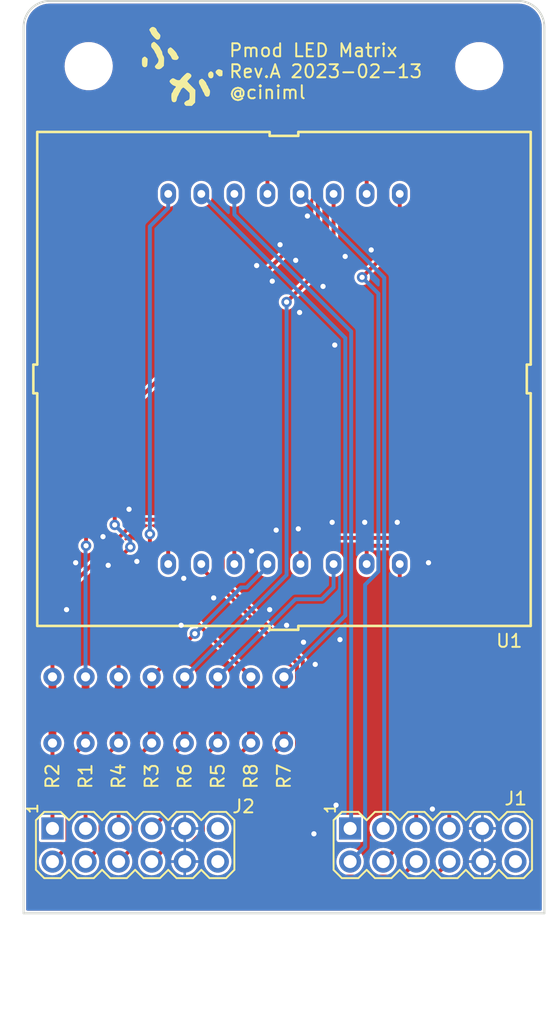
<source format=kicad_pcb>
(kicad_pcb (version 20211014) (generator pcbnew)
  (layers (0 "F.Cu" signal) (31 "B.Cu" signal) (34 "B.Paste" user) (35 "F.Paste" user) (36 "B.SilkS" user "B.Silkscreen") (37 "F.SilkS" user "F.Silkscreen") (38 "B.Mask" user) (39 "F.Mask" user) (44 "Edge.Cuts" user))
  (net 0 "")
  (net 1 "GND")
  (net 2 "/PMOD0_P1_CATHODE1")
  (net 3 "+3V3")
  (net 4 "/PMOD0_P2_CATHODE3")
  (net 5 "Net-(R1-Pad2)")
  (net 6 "Net-(R2-Pad2)")
  (net 7 "/PMOD0_P3_CATHODE5")
  (net 8 "/PMOD0_P4_CATHODE7")
  (net 9 "/PMOD0_P7_CATHODE0")
  (net 10 "/PMOD0_P8_CATHODE2")
  (net 11 "/PMOD0_P9_CATHODE4")
  (net 12 "/PMOD0_P10_CATHODE6")
  (net 13 "/PMOD1_P1_ANODE1")
  (net 14 "/PMOD1_P2_ANODE3")
  (net 15 "/PMOD1_P3_ANODE5")
  (net 16 "/PMOD1_P4_ANODE7")
  (net 17 "/PMOD1_P7_ANODE0")
  (net 18 "/PMOD1_P8_ANODE2")
  (net 19 "/PMOD1_P9_ANODE4")
  (net 20 "/PMOD1_P10_ANODE6")
  (net 21 "Net-(R3-Pad2)")
  (net 22 "Net-(R4-Pad2)")
  (net 23 "Net-(R5-Pad2)")
  (net 24 "Net-(R6-Pad2)")
  (net 25 "Net-(R7-Pad2)")
  (net 26 "Net-(R8-Pad2)")
  (footprint "local:logo" (layer "F.Cu") (at -7.8 -24)
    (fp_text reference "LOGO1" hide)
    (fp_text value "Logo_Open_Hardware_Small" hide)
    (fp_poly (pts (xy -2.136828 -2.967847) (xy -2.051213 -2.903292) (xy -1.99239 -2.823171) (xy -1.975555 -2.755169) (xy -1.957022 -2.70896) (xy -1.90817 -2.637898) (xy -1.839127 -2.556509) (xy -1.830995 -2.547824) (xy -1.756918 -2.467201) (xy -1.714966 -2.410472) (xy -1.697559 -2.361412) (xy -1.697118 -2.303796) (xy -1.700657 -2.268785) (xy -1.732754 -2.142515) (xy -1.795162 -2.063728) (xy -1.887765 -2.03256) (xy -1.904604 -2.032) (xy -1.953741 -2.038825) (xy -2.005189 -2.064185) (xy -2.06924 -2.115406) (xy -2.156184 -2.199812) (xy -2.192054 -2.236611) (xy -2.279064 -2.332599) (xy -2.351105 -2.423213) (xy -2.398229 -2.495367) (xy -2.41024 -2.523661) (xy -2.444002 -2.6089) (xy -2.485305 -2.675634) (xy -2.524508 -2.739889) (xy -2.54 -2.792526) (xy -2.517976 -2.846273) (xy -2.463148 -2.910392) (xy -2.392381 -2.968442) (xy -2.323349 -3.00374) (xy -2.232964 -3.005207) (xy -2.136828 -2.967847)) (layer "F.SilkS") (width 0.01) (fill solid))
    (fp_poly (pts (xy -2.135785 -1.84223) (xy -2.065105 -1.788045) (xy -1.980403 -1.710796) (xy -1.892071 -1.621168) (xy -1.810502 -1.529845) (xy -1.74609 -1.447512) (xy -1.709226 -1.384854) (xy -1.705309 -1.372536) (xy -1.672903 -1.288348) (xy -1.621172 -1.206807) (xy -1.619124 -1.204334) (xy -1.562092 -1.095628) (xy -1.552222 -1.015088) (xy -1.52529 -0.88379) (xy -1.479499 -0.798531) (xy -1.44841 -0.749647) (xy -1.428137 -0.703751) (xy -1.416815 -0.647992) (xy -1.412582 -0.569523) (xy -1.413571 -0.455494) (xy -1.415999 -0.360955) (xy -1.425222 -0.030467) (xy -1.548381 0.094943) (xy -1.66025 0.188192) (xy -1.770363 0.231715) (xy -1.892816 0.229959) (xy -1.942283 0.21919) (xy -2.026662 0.176854) (xy -2.090482 0.108322) (xy -2.116642 0.032149) (xy -2.116666 0.029968) (xy -2.097956 -0.01073) (xy -2.049104 -0.075541) (xy -1.986526 -0.144299) (xy -1.90972 -0.229413) (xy -1.866447 -0.300756) (xy -1.845389 -0.378824) (xy -1.841721 -0.406532) (xy -1.838596 -0.503404) (xy -1.861207 -0.579968) (xy -1.89865 -0.642264) (xy -1.948414 -0.72999) (xy -1.983666 -0.81759) (xy -1.988825 -0.837661) (xy -2.013514 -0.910774) (xy -2.046481 -0.959863) (xy -2.080629 -1.007134) (xy -2.114187 -1.081564) (xy -2.119079 -1.095868) (xy -2.156969 -1.17324) (xy -2.220187 -1.26592) (xy -2.275745 -1.332291) (xy -2.345428 -1.412884) (xy -2.382708 -1.475884) (xy -2.397173 -1.541421) (xy -2.398889 -1.590838) (xy -2.391719 -1.679705) (xy -2.362204 -1.740579) (xy -2.312057 -1.789602) (xy -2.246154 -1.83652) (xy -2.191379 -1.861441) (xy -2.182049 -1.862666) (xy -2.135785 -1.84223)) (layer "F.SilkS") (width 0.01) (fill solid))
    (fp_poly (pts (xy 2.266534 0.431852) (xy 2.305593 0.463223) (xy 2.355262 0.515521) (xy 2.378658 0.575002) (xy 2.384765 0.665353) (xy 2.384778 0.671927) (xy 2.367945 0.801733) (xy 2.317161 0.886684) (xy 2.231998 0.927335) (xy 2.184897 0.931334) (xy 2.094536 0.911088) (xy 2.034049 0.856972) (xy 1.984825 0.749721) (xy 1.975556 0.661925) (xy 1.983784 0.573551) (xy 2.017069 0.511515) (xy 2.062388 0.468176) (xy 2.140159 0.412537) (xy 2.201815 0.40056) (xy 2.266534 0.431852)) (layer "F.SilkS") (width 0.01) (fill solid))
    (fp_poly (pts (xy 1.57599 1.006093) (xy 1.647291 1.069696) (xy 1.721059 1.148928) (xy 1.784749 1.229604) (xy 1.82582 1.297543) (xy 1.834445 1.328217) (xy 1.852053 1.389112) (xy 1.895389 1.460716) (xy 1.905 1.472703) (xy 1.95107 1.538614) (xy 1.974723 1.594267) (xy 1.975556 1.60226) (xy 1.990872 1.652141) (xy 2.029438 1.724005) (xy 2.049445 1.754589) (xy 2.090439 1.821334) (xy 2.110827 1.883755) (xy 2.115402 1.964115) (xy 2.11171 2.043786) (xy 2.092012 2.185088) (xy 2.051581 2.278163) (xy 1.986447 2.32868) (xy 1.902674 2.342445) (xy 1.810579 2.321336) (xy 1.753778 2.270564) (xy 1.706417 2.19135) (xy 1.67936 2.117292) (xy 1.653456 2.046749) (xy 1.622407 2.00347) (xy 1.588318 1.956176) (xy 1.55493 1.881712) (xy 1.550098 1.867465) (xy 1.518115 1.787131) (xy 1.483133 1.725546) (xy 1.478451 1.719723) (xy 1.443115 1.66302) (xy 1.409132 1.584875) (xy 1.406947 1.578612) (xy 1.368637 1.490983) (xy 1.322513 1.415123) (xy 1.321928 1.414361) (xy 1.282335 1.32626) (xy 1.27 1.225297) (xy 1.276774 1.140537) (xy 1.306337 1.083182) (xy 1.367438 1.02922) (xy 1.456007 0.977615) (xy 1.519697 0.972301) (xy 1.57599 1.006093)) (layer "F.SilkS") (width 0.01) (fill solid))
    (fp_poly (pts (xy -2.821762 -0.697439) (xy -2.76603 -0.649347) (xy -2.675646 -0.564916) (xy -2.685434 -0.299476) (xy -2.692719 -0.164645) (xy -2.704341 -0.073676) (xy -2.722756 -0.014017) (xy -2.748985 0.025316) (xy -2.829438 0.076831) (xy -2.923103 0.083052) (xy -3.01085 0.044945) (xy -3.045951 0.010305) (xy -3.07453 -0.034395) (xy -3.092145 -0.089239) (xy -3.101259 -0.16837) (xy -3.104331 -0.285931) (xy -3.104444 -0.325853) (xy -3.103697 -0.449162) (xy -3.099073 -0.529802) (xy -3.087001 -0.581546) (xy -3.06391 -0.618166) (xy -3.026228 -0.653438) (xy -3.017612 -0.660713) (xy -2.942438 -0.715306) (xy -2.883435 -0.727832) (xy -2.821762 -0.697439)) (layer "F.SilkS") (width 0.01) (fill solid))
    (fp_poly (pts (xy 2.900714 0.263428) (xy 2.951144 0.286205) (xy 3.076222 0.348672) (xy 3.076222 0.550632) (xy 3.072234 0.669347) (xy 3.05976 0.736614) (xy 3.040945 0.756825) (xy 2.989587 0.764971) (xy 2.916398 0.778483) (xy 2.860413 0.783104) (xy 2.809802 0.766674) (xy 2.747835 0.721382) (xy 2.697202 0.676145) (xy 2.602329 0.577949) (xy 2.555018 0.497724) (xy 2.553042 0.42685) (xy 2.594173 0.356709) (xy 2.610128 0.339113) (xy 2.70204 0.264318) (xy 2.79423 0.239814) (xy 2.900714 0.263428)) (layer "F.SilkS") (width 0.01) (fill solid))
    (fp_poly (pts (xy 0.447208 0.520011) (xy 0.543941 0.557204) (xy 0.62901 0.618331) (xy 0.662591 0.658298) (xy 0.688795 0.721283) (xy 0.680807 0.787618) (xy 0.634837 0.865844) (xy 0.547095 0.964499) (xy 0.510551 1.000828) (xy 0.439543 1.073708) (xy 0.388192 1.133387) (xy 0.366975 1.167624) (xy 0.366889 1.168675) (xy 0.385777 1.197315) (xy 0.437916 1.258262) (xy 0.516521 1.344035) (xy 0.614808 1.447153) (xy 0.679222 1.513038) (xy 0.991554 1.829605) (xy 0.982611 2.310677) (xy 0.973667 2.791748) (xy 0.847846 2.919874) (xy 0.722026 3.048) (xy 0.490061 3.048) (xy 0.374067 3.046697) (xy 0.299979 3.040309) (xy 0.253278 3.025118) (xy 0.219444 2.997407) (xy 0.199604 2.973639) (xy 0.158846 2.908353) (xy 0.141135 2.853292) (xy 0.141111 2.851919) (xy 0.164583 2.792835) (xy 0.224135 2.726849) (xy 0.303475 2.668103) (xy 0.38631 2.63074) (xy 0.399604 2.627525) (xy 0.47701 2.597565) (xy 0.52708 2.54001) (xy 0.553336 2.446742) (xy 0.559301 2.309646) (xy 0.557838 2.262875) (xy 0.549039 2.056305) (xy 0.334523 1.846597) (xy 0.242016 1.76006) (xy 0.160491 1.690892) (xy 0.100313 1.647488) (xy 0.075545 1.636889) (xy 0.02329 1.659181) (xy -0.040673 1.715257) (xy -0.101829 1.788921) (xy -0.145662 1.863972) (xy -0.156246 1.89555) (xy -0.182544 1.964516) (xy -0.212037 2.004085) (xy -0.246126 2.05138) (xy -0.279514 2.125844) (xy -0.284346 2.140091) (xy -0.317948 2.222499) (xy -0.356407 2.287747) (xy -0.361131 2.29351) (xy -0.389282 2.348791) (xy -0.41459 2.436932) (xy -0.426026 2.500643) (xy -0.45651 2.634255) (xy -0.507342 2.718978) (xy -0.582645 2.759983) (xy -0.637326 2.765778) (xy -0.722908 2.751953) (xy -0.783489 2.706418) (xy -0.822188 2.62308) (xy -0.842126 2.495848) (xy -0.846666 2.357124) (xy -0.844991 2.229537) (xy -0.838456 2.145551) (xy -0.824795 2.092385) (xy -0.801745 2.057255) (xy -0.791822 2.047559) (xy -0.746242 1.983759) (xy -0.718429 1.909129) (xy -0.688433 1.839394) (xy -0.631086 1.754787) (xy -0.584068 1.700506) (xy -0.517268 1.625368) (xy -0.496073 1.576029) (xy -0.523457 1.541562) (xy -0.602397 1.511037) (xy -0.638532 1.500458) (xy -0.72207 1.46132) (xy -0.81207 1.395652) (xy -0.895162 1.316465) (xy -0.957972 1.23677) (xy -0.987129 1.169575) (xy -0.987778 1.160665) (xy -0.965085 1.104551) (xy -0.908373 1.039138) (xy -0.834689 0.979169) (xy -0.761081 0.939391) (xy -0.722623 0.931334) (xy -0.659841 0.946898) (xy -0.579113 0.986073) (xy -0.547216 1.00617) (xy -0.444067 1.058734) (xy -0.337517 1.08432) (xy -0.242631 1.081988) (xy -0.174474 1.050796) (xy -0.158311 1.030464) (xy -0.115785 0.970951) (xy -0.045734 0.889896) (xy 0.041457 0.797547) (xy 0.135403 0.704156) (xy 0.225719 0.619971) (xy 0.302019 0.555244) (xy 0.353918 0.520224) (xy 0.361539 0.51739) (xy 0.447208 0.520011)) (layer "F.SilkS") (width 0.01) (fill solid))
    (fp_poly (pts (xy -0.865785 -1.418897) (xy -0.795105 -1.364712) (xy -0.710403 -1.287463) (xy -0.622071 -1.197835) (xy -0.540502 -1.106512) (xy -0.47609 -1.024179) (xy -0.439226 -0.961521) (xy -0.435309 -0.949202) (xy -0.402903 -0.865014) (xy -0.351172 -0.783474) (xy -0.349124 -0.781001) (xy -0.29677 -0.706358) (xy -0.287938 -0.645977) (xy -0.321861 -0.579131) (xy -0.340715 -0.554139) (xy -0.385496 -0.508646) (xy -0.440053 -0.486458) (xy -0.525606 -0.479893) (xy -0.546102 -0.479778) (xy -0.650975 -0.488496) (xy -0.733647 -0.511284) (xy -0.75356 -0.522198) (xy -0.802299 -0.576958) (xy -0.843485 -0.656487) (xy -0.848363 -0.670365) (xy -0.886715 -0.749038) (xy -0.950318 -0.842641) (xy -1.005745 -0.908957) (xy -1.075428 -0.98955) (xy -1.112708 -1.052551) (xy -1.127173 -1.118088) (xy -1.128889 -1.167504) (xy -1.121719 -1.256372) (xy -1.092204 -1.317245) (xy -1.042057 -1.366269) (xy -0.976154 -1.413187) (xy -0.921379 -1.438107) (xy -0.912049 -1.439333) (xy -0.865785 -1.418897)) (layer "F.SilkS") (width 0.01) (fill solid))
  )
  (footprint "local:MountingHole_3.2mm_M3_Mask" (layer "F.Cu") (at -15 -24)
    (fp_text reference "H1" hide)
    (fp_text value "MountingHole")
    (pad "" np_thru_hole circle (at 0 0) (size 3.2 3.2) (drill 3.2) (layers F&B.Cu *.Mask))
  )
  (footprint "local:MountingHole_3.2mm_M3_Mask" (layer "F.Cu") (at 15 -24)
    (fp_text reference "H2" hide)
    (fp_text value "MountingHole")
    (pad "" np_thru_hole circle (at 0 0) (size 3.2 3.2) (drill 3.2) (layers F&B.Cu *.Mask))
  )
  (footprint "local:Conn_Pmod_Spec_B" (layer "F.Cu") (at 5.08 34.49 90)
    (fp_text reference "J1" (at 2.29 12.72) (layer "F.SilkS"))
    (fp_text value "Conn_02x06_Top_Bottom")
    (fp_text user "1" (at 1.524 -1.524 90 unlocked) (layer "F.SilkS") (effects (font (size 0.8 0.8))))
    (fp_line (start -3.81 9.525) (end -3.175 8.89) (layer "F.SilkS") (width 0.15))
    (fp_line (start 0.635 6.35) (end 1.27 6.985) (layer "F.SilkS") (width 0.15))
    (fp_line (start 0.635 11.43) (end 1.27 12.065) (layer "F.SilkS") (width 0.15))
    (fp_line (start 1.27 8.255) (end 0.635 8.89) (layer "F.SilkS") (width 0.15))
    (fp_line (start -3.81 3.175) (end -3.81 1.905) (layer "F.SilkS") (width 0.15))
    (fp_line (start 1.27 6.985) (end 1.27 8.255) (layer "F.SilkS") (width 0.15))
    (fp_line (start -3.81 0.635) (end -3.81 -0.635) (layer "F.SilkS") (width 0.15))
    (fp_line (start -3.81 -0.635) (end -3.175 -1.27) (layer "F.SilkS") (width 0.15))
    (fp_line (start -3.175 -1.27) (end 0.635 -1.27) (layer "F.SilkS") (width 0.15))
    (fp_line (start -3.175 6.35) (end -3.81 5.715) (layer "F.SilkS") (width 0.15))
    (fp_line (start -3.81 10.795) (end -3.81 9.525) (layer "F.SilkS") (width 0.15))
    (fp_line (start 0.635 13.97) (end -3.175 13.97) (layer "F.SilkS") (width 0.15))
    (fp_line (start 0.635 8.89) (end 1.27 9.525) (layer "F.SilkS") (width 0.15))
    (fp_line (start 0.635 -1.27) (end 1.27 -0.635) (layer "F.SilkS") (width 0.15))
    (fp_line (start -3.81 8.255) (end -3.81 6.985) (layer "F.SilkS") (width 0.15))
    (fp_line (start 1.27 12.065) (end 1.27 13.335) (layer "F.SilkS") (width 0.15))
    (fp_line (start 1.27 13.335) (end 0.635 13.97) (layer "F.SilkS") (width 0.15))
    (fp_line (start 1.27 0.635) (end 0.635 1.27) (layer "F.SilkS") (width 0.15))
    (fp_line (start 1.27 4.445) (end 1.27 5.715) (layer "F.SilkS") (width 0.15))
    (fp_line (start -3.175 13.97) (end -3.81 13.335) (layer "F.SilkS") (width 0.15))
    (fp_line (start -3.175 1.27) (end -3.81 0.635) (layer "F.SilkS") (width 0.15))
    (fp_line (start 0.635 3.81) (end 1.27 4.445) (layer "F.SilkS") (width 0.15))
    (fp_line (start -3.175 8.89) (end -3.81 8.255) (layer "F.SilkS") (width 0.15))
    (fp_line (start 1.27 10.795) (end 0.635 11.43) (layer "F.SilkS") (width 0.15))
    (fp_line (start -3.81 6.985) (end -3.175 6.35) (layer "F.SilkS") (width 0.15))
    (fp_line (start 1.27 3.175) (end 0.635 3.81) (layer "F.SilkS") (width 0.15))
    (fp_line (start -3.81 12.065) (end -3.175 11.43) (layer "F.SilkS") (width 0.15))
    (fp_line (start 1.27 1.905) (end 1.27 3.175) (layer "F.SilkS") (width 0.15))
    (fp_line (start -3.175 11.43) (end -3.81 10.795) (layer "F.SilkS") (width 0.15))
    (fp_line (start -3.81 1.905) (end -3.175 1.27) (layer "F.SilkS") (width 0.15))
    (fp_line (start 1.27 -0.635) (end 1.27 0.635) (layer "F.SilkS") (width 0.15))
    (fp_line (start -3.81 5.715) (end -3.81 4.445) (layer "F.SilkS") (width 0.15))
    (fp_line (start -3.175 3.81) (end -3.81 3.175) (layer "F.SilkS") (width 0.15))
    (fp_line (start 1.27 5.715) (end 0.635 6.35) (layer "F.SilkS") (width 0.15))
    (fp_line (start -3.81 4.445) (end -3.175 3.81) (layer "F.SilkS") (width 0.15))
    (fp_line (start 0.635 1.27) (end 1.27 1.905) (layer "F.SilkS") (width 0.15))
    (fp_line (start 1.27 9.525) (end 1.27 10.795) (layer "F.SilkS") (width 0.15))
    (fp_line (start -3.81 13.335) (end -3.81 12.065) (layer "F.SilkS") (width 0.15))
    (pad "1" thru_hole rect (at 0 0 270) (size 1.7 1.7) (drill 1) (layers *.Cu *.Mask) (net 2 "/PMOD0_P1_CATHODE1"))
    (pad "2" thru_hole oval (at 0 2.54 270) (size 1.7 1.7) (drill 1) (layers *.Cu *.Mask) (net 4 "/PMOD0_P2_CATHODE3"))
    (pad "3" thru_hole oval (at 0 5.08 270) (size 1.7 1.7) (drill 1) (layers *.Cu *.Mask) (net 7 "/PMOD0_P3_CATHODE5"))
    (pad "4" thru_hole oval (at 0 7.62 270) (size 1.7 1.7) (drill 1) (layers *.Cu *.Mask) (net 8 "/PMOD0_P4_CATHODE7"))
    (pad "5" thru_hole oval (at 0 10.16 270) (size 1.7 1.7) (drill 1) (layers *.Cu *.Mask) (net 1 "GND"))
    (pad "6" thru_hole oval (at 0 12.7 270) (size 1.7 1.7) (drill 1) (layers *.Cu *.Mask) (net 3 "+3V3"))
    (pad "7" thru_hole oval (at -2.54 0 270) (size 1.7 1.7) (drill 1) (layers *.Cu *.Mask) (net 9 "/PMOD0_P7_CATHODE0"))
    (pad "8" thru_hole oval (at -2.54 2.54 270) (size 1.7 1.7) (drill 1) (layers *.Cu *.Mask) (net 10 "/PMOD0_P8_CATHODE2"))
    (pad "9" thru_hole oval (at -2.54 5.08 270) (size 1.7 1.7) (drill 1) (layers *.Cu *.Mask) (net 11 "/PMOD0_P9_CATHODE4"))
    (pad "10" thru_hole oval (at -2.54 7.62 270) (size 1.7 1.7) (drill 1) (layers *.Cu *.Mask) (net 12 "/PMOD0_P10_CATHODE6"))
    (pad "11" thru_hole oval (at -2.54 10.16 270) (size 1.7 1.7) (drill 1) (layers *.Cu *.Mask) (net 1 "GND"))
    (pad "12" thru_hole oval (at -2.54 12.7 270) (size 1.7 1.7) (drill 1) (layers *.Cu *.Mask) (net 3 "+3V3"))
  )
  (footprint "local:R_Axial_DIN0204_L3.6mm_D1.6mm_P5.08mm_Horizontal_with_1608metric" (layer "F.Cu") (at -2.54 27.94 90)
    (fp_text reference "R8" (at -2.54 0 90) (layer "F.SilkS"))
    (fp_text value "470")
    (pad "1" smd oval (at 1.715 0 270) (size 1.65 0.6) (drill (offset 0.55 0)) (layers "F.Cu" "F.Paste" "F.Mask") (net 16 "/PMOD1_P4_ANODE7"))
    (pad "1" smd roundrect (at 1.715 0 90) (size 0.8 0.95) (layers "F.Cu" "F.Paste" "F.Mask") (net 16 "/PMOD1_P4_ANODE7"))
    (pad "1" thru_hole circle (at 0 0 90) (size 1.4 1.4) (drill 0.7) (layers *.Cu *.Mask) (net 16 "/PMOD1_P4_ANODE7"))
    (pad "2" smd roundrect (at 3.365 0 90) (size 0.8 0.95) (layers "F.Cu" "F.Paste" "F.Mask") (net 26 "Net-(R8-Pad2)"))
    (pad "2" thru_hole oval (at 5.08 0 90) (size 1.4 1.4) (drill 0.7) (layers *.Cu *.Mask) (net 26 "Net-(R8-Pad2)"))
    (pad "2" smd oval (at 3.365 0 90) (size 1.65 0.6) (drill (offset 0.55 0)) (layers "F.Cu" "F.Paste" "F.Mask") (net 26 "Net-(R8-Pad2)"))
  )
  (footprint "local:R_Axial_DIN0204_L3.6mm_D1.6mm_P5.08mm_Horizontal_with_1608metric" (layer "F.Cu") (at -12.7 27.94 90)
    (fp_text reference "R4" (at -2.54 0 90) (layer "F.SilkS"))
    (fp_text value "470")
    (pad "1" thru_hole circle (at 0 0 90) (size 1.4 1.4) (drill 0.7) (layers *.Cu *.Mask) (net 14 "/PMOD1_P2_ANODE3"))
    (pad "1" smd oval (at 1.715 0 270) (size 1.65 0.6) (drill (offset 0.55 0)) (layers "F.Cu" "F.Paste" "F.Mask") (net 14 "/PMOD1_P2_ANODE3"))
    (pad "1" smd roundrect (at 1.715 0 90) (size 0.8 0.95) (layers "F.Cu" "F.Paste" "F.Mask") (net 14 "/PMOD1_P2_ANODE3"))
    (pad "2" thru_hole oval (at 5.08 0 90) (size 1.4 1.4) (drill 0.7) (layers *.Cu *.Mask) (net 22 "Net-(R4-Pad2)"))
    (pad "2" smd roundrect (at 3.365 0 90) (size 0.8 0.95) (layers "F.Cu" "F.Paste" "F.Mask") (net 22 "Net-(R4-Pad2)"))
    (pad "2" smd oval (at 3.365 0 90) (size 1.65 0.6) (drill (offset 0.55 0)) (layers "F.Cu" "F.Paste" "F.Mask") (net 22 "Net-(R4-Pad2)"))
  )
  (footprint "local:R_Axial_DIN0204_L3.6mm_D1.6mm_P5.08mm_Horizontal_with_1608metric" (layer "F.Cu") (at -17.78 27.94 90)
    (fp_text reference "R2" (at -2.54 0 90) (layer "F.SilkS"))
    (fp_text value "470")
    (pad "1" thru_hole circle (at 0 0 90) (size 1.4 1.4) (drill 0.7) (layers *.Cu *.Mask) (net 13 "/PMOD1_P1_ANODE1"))
    (pad "1" smd roundrect (at 1.715 0 90) (size 0.8 0.95) (layers "F.Cu" "F.Paste" "F.Mask") (net 13 "/PMOD1_P1_ANODE1"))
    (pad "1" smd oval (at 1.715 0 270) (size 1.65 0.6) (drill (offset 0.55 0)) (layers "F.Cu" "F.Paste" "F.Mask") (net 13 "/PMOD1_P1_ANODE1"))
    (pad "2" smd roundrect (at 3.365 0 90) (size 0.8 0.95) (layers "F.Cu" "F.Paste" "F.Mask") (net 6 "Net-(R2-Pad2)"))
    (pad "2" thru_hole oval (at 5.08 0 90) (size 1.4 1.4) (drill 0.7) (layers *.Cu *.Mask) (net 6 "Net-(R2-Pad2)"))
    (pad "2" smd oval (at 3.365 0 90) (size 1.65 0.6) (drill (offset 0.55 0)) (layers "F.Cu" "F.Paste" "F.Mask") (net 6 "Net-(R2-Pad2)"))
  )
  (footprint "local:R_Axial_DIN0204_L3.6mm_D1.6mm_P5.08mm_Horizontal_with_1608metric" (layer "F.Cu") (at -10.16 27.94 90)
    (fp_text reference "R3" (at -2.54 0 90) (layer "F.SilkS"))
    (fp_text value "470")
    (pad "1" smd oval (at 1.715 0 270) (size 1.65 0.6) (drill (offset 0.55 0)) (layers "F.Cu" "F.Paste" "F.Mask") (net 18 "/PMOD1_P8_ANODE2"))
    (pad "1" smd roundrect (at 1.715 0 90) (size 0.8 0.95) (layers "F.Cu" "F.Paste" "F.Mask") (net 18 "/PMOD1_P8_ANODE2"))
    (pad "1" thru_hole circle (at 0 0 90) (size 1.4 1.4) (drill 0.7) (layers *.Cu *.Mask) (net 18 "/PMOD1_P8_ANODE2"))
    (pad "2" smd roundrect (at 3.365 0 90) (size 0.8 0.95) (layers "F.Cu" "F.Paste" "F.Mask") (net 21 "Net-(R3-Pad2)"))
    (pad "2" thru_hole oval (at 5.08 0 90) (size 1.4 1.4) (drill 0.7) (layers *.Cu *.Mask) (net 21 "Net-(R3-Pad2)"))
    (pad "2" smd oval (at 3.365 0 90) (size 1.65 0.6) (drill (offset 0.55 0)) (layers "F.Cu" "F.Paste" "F.Mask") (net 21 "Net-(R3-Pad2)"))
  )
  (footprint "local:R_Axial_DIN0204_L3.6mm_D1.6mm_P5.08mm_Horizontal_with_1608metric" (layer "F.Cu") (at -15.24 27.94 90)
    (fp_text reference "R1" (at -2.54 0 90) (layer "F.SilkS"))
    (fp_text value "470")
    (pad "1" smd oval (at 1.715 0 270) (size 1.65 0.6) (drill (offset 0.55 0)) (layers "F.Cu" "F.Paste" "F.Mask") (net 17 "/PMOD1_P7_ANODE0"))
    (pad "1" smd roundrect (at 1.715 0 90) (size 0.8 0.95) (layers "F.Cu" "F.Paste" "F.Mask") (net 17 "/PMOD1_P7_ANODE0"))
    (pad "1" thru_hole circle (at 0 0 90) (size 1.4 1.4) (drill 0.7) (layers *.Cu *.Mask) (net 17 "/PMOD1_P7_ANODE0"))
    (pad "2" smd oval (at 3.365 0 90) (size 1.65 0.6) (drill (offset 0.55 0)) (layers "F.Cu" "F.Paste" "F.Mask") (net 5 "Net-(R1-Pad2)"))
    (pad "2" thru_hole oval (at 5.08 0 90) (size 1.4 1.4) (drill 0.7) (layers *.Cu *.Mask) (net 5 "Net-(R1-Pad2)"))
    (pad "2" smd roundrect (at 3.365 0 90) (size 0.8 0.95) (layers "F.Cu" "F.Paste" "F.Mask") (net 5 "Net-(R1-Pad2)"))
  )
  (footprint "local:R_Axial_DIN0204_L3.6mm_D1.6mm_P5.08mm_Horizontal_with_1608metric" (layer "F.Cu") (at -7.62 27.94 90)
    (fp_text reference "R6" (at -2.54 0 90) (layer "F.SilkS"))
    (fp_text value "470")
    (pad "1" smd roundrect (at 1.715 0 90) (size 0.8 0.95) (layers "F.Cu" "F.Paste" "F.Mask") (net 15 "/PMOD1_P3_ANODE5"))
    (pad "1" thru_hole circle (at 0 0 90) (size 1.4 1.4) (drill 0.7) (layers *.Cu *.Mask) (net 15 "/PMOD1_P3_ANODE5"))
    (pad "1" smd oval (at 1.715 0 270) (size 1.65 0.6) (drill (offset 0.55 0)) (layers "F.Cu" "F.Paste" "F.Mask") (net 15 "/PMOD1_P3_ANODE5"))
    (pad "2" smd roundrect (at 3.365 0 90) (size 0.8 0.95) (layers "F.Cu" "F.Paste" "F.Mask") (net 24 "Net-(R6-Pad2)"))
    (pad "2" thru_hole oval (at 5.08 0 90) (size 1.4 1.4) (drill 0.7) (layers *.Cu *.Mask) (net 24 "Net-(R6-Pad2)"))
    (pad "2" smd oval (at 3.365 0 90) (size 1.65 0.6) (drill (offset 0.55 0)) (layers "F.Cu" "F.Paste" "F.Mask") (net 24 "Net-(R6-Pad2)"))
  )
  (footprint "local:Conn_Pmod_Spec_B" (layer "F.Cu") (at -17.78 34.49 90)
    (fp_text reference "J2" (at 1.69 14.68 180) (layer "F.SilkS"))
    (fp_text value "Conn_02x06_Top_Bottom")
    (fp_text user "1" (at 1.524 -1.524 90 unlocked) (layer "F.SilkS") (effects (font (size 0.8 0.8))))
    (fp_line (start -3.175 -1.27) (end 0.635 -1.27) (layer "F.SilkS") (width 0.15))
    (fp_line (start 0.635 8.89) (end 1.27 9.525) (layer "F.SilkS") (width 0.15))
    (fp_line (start 1.27 3.175) (end 0.635 3.81) (layer "F.SilkS") (width 0.15))
    (fp_line (start 1.27 9.525) (end 1.27 10.795) (layer "F.SilkS") (width 0.15))
    (fp_line (start -3.81 8.255) (end -3.81 6.985) (layer "F.SilkS") (width 0.15))
    (fp_line (start 1.27 10.795) (end 0.635 11.43) (layer "F.SilkS") (width 0.15))
    (fp_line (start 0.635 6.35) (end 1.27 6.985) (layer "F.SilkS") (width 0.15))
    (fp_line (start -3.175 1.27) (end -3.81 0.635) (layer "F.SilkS") (width 0.15))
    (fp_line (start -3.81 0.635) (end -3.81 -0.635) (layer "F.SilkS") (width 0.15))
    (fp_line (start 1.27 1.905) (end 1.27 3.175) (layer "F.SilkS") (width 0.15))
    (fp_line (start -3.81 5.715) (end -3.81 4.445) (layer "F.SilkS") (width 0.15))
    (fp_line (start 0.635 11.43) (end 1.27 12.065) (layer "F.SilkS") (width 0.15))
    (fp_line (start 0.635 3.81) (end 1.27 4.445) (layer "F.SilkS") (width 0.15))
    (fp_line (start 1.27 0.635) (end 0.635 1.27) (layer "F.SilkS") (width 0.15))
    (fp_line (start -3.175 11.43) (end -3.81 10.795) (layer "F.SilkS") (width 0.15))
    (fp_line (start 1.27 8.255) (end 0.635 8.89) (layer "F.SilkS") (width 0.15))
    (fp_line (start 1.27 13.335) (end 0.635 13.97) (layer "F.SilkS") (width 0.15))
    (fp_line (start -3.175 13.97) (end -3.81 13.335) (layer "F.SilkS") (width 0.15))
    (fp_line (start 1.27 6.985) (end 1.27 8.255) (layer "F.SilkS") (width 0.15))
    (fp_line (start -3.175 6.35) (end -3.81 5.715) (layer "F.SilkS") (width 0.15))
    (fp_line (start 0.635 13.97) (end -3.175 13.97) (layer "F.SilkS") (width 0.15))
    (fp_line (start -3.81 3.175) (end -3.81 1.905) (layer "F.SilkS") (width 0.15))
    (fp_line (start 1.27 4.445) (end 1.27 5.715) (layer "F.SilkS") (width 0.15))
    (fp_line (start -3.81 -0.635) (end -3.175 -1.27) (layer "F.SilkS") (width 0.15))
    (fp_line (start -3.81 10.795) (end -3.81 9.525) (layer "F.SilkS") (width 0.15))
    (fp_line (start 0.635 1.27) (end 1.27 1.905) (layer "F.SilkS") (width 0.15))
    (fp_line (start 1.27 5.715) (end 0.635 6.35) (layer "F.SilkS") (width 0.15))
    (fp_line (start -3.81 6.985) (end -3.175 6.35) (layer "F.SilkS") (width 0.15))
    (fp_line (start -3.175 3.81) (end -3.81 3.175) (layer "F.SilkS") (width 0.15))
    (fp_line (start -3.81 1.905) (end -3.175 1.27) (layer "F.SilkS") (width 0.15))
    (fp_line (start -3.81 9.525) (end -3.175 8.89) (layer "F.SilkS") (width 0.15))
    (fp_line (start -3.81 13.335) (end -3.81 12.065) (layer "F.SilkS") (width 0.15))
    (fp_line (start 1.27 -0.635) (end 1.27 0.635) (layer "F.SilkS") (width 0.15))
    (fp_line (start -3.81 12.065) (end -3.175 11.43) (layer "F.SilkS") (width 0.15))
    (fp_line (start 0.635 -1.27) (end 1.27 -0.635) (layer "F.SilkS") (width 0.15))
    (fp_line (start 1.27 12.065) (end 1.27 13.335) (layer "F.SilkS") (width 0.15))
    (fp_line (start -3.81 4.445) (end -3.175 3.81) (layer "F.SilkS") (width 0.15))
    (fp_line (start -3.175 8.89) (end -3.81 8.255) (layer "F.SilkS") (width 0.15))
    (pad "1" thru_hole rect (at 0 0 270) (size 1.7 1.7) (drill 1) (layers *.Cu *.Mask) (net 13 "/PMOD1_P1_ANODE1"))
    (pad "2" thru_hole oval (at 0 2.54 270) (size 1.7 1.7) (drill 1) (layers *.Cu *.Mask) (net 14 "/PMOD1_P2_ANODE3"))
    (pad "3" thru_hole oval (at 0 5.08 270) (size 1.7 1.7) (drill 1) (layers *.Cu *.Mask) (net 15 "/PMOD1_P3_ANODE5"))
    (pad "4" thru_hole oval (at 0 7.62 270) (size 1.7 1.7) (drill 1) (layers *.Cu *.Mask) (net 16 "/PMOD1_P4_ANODE7"))
    (pad "5" thru_hole oval (at 0 10.16 270) (size 1.7 1.7) (drill 1) (layers *.Cu *.Mask) (net 1 "GND"))
    (pad "6" thru_hole oval (at 0 12.7 270) (size 1.7 1.7) (drill 1) (layers *.Cu *.Mask) (net 3 "+3V3"))
    (pad "7" thru_hole oval (at -2.54 0 270) (size 1.7 1.7) (drill 1) (layers *.Cu *.Mask) (net 17 "/PMOD1_P7_ANODE0"))
    (pad "8" thru_hole oval (at -2.54 2.54 270) (size 1.7 1.7) (drill 1) (layers *.Cu *.Mask) (net 18 "/PMOD1_P8_ANODE2"))
    (pad "9" thru_hole oval (at -2.54 5.08 270) (size 1.7 1.7) (drill 1) (layers *.Cu *.Mask) (net 19 "/PMOD1_P9_ANODE4"))
    (pad "10" thru_hole oval (at -2.54 7.62 270) (size 1.7 1.7) (drill 1) (layers *.Cu *.Mask) (net 20 "/PMOD1_P10_ANODE6"))
    (pad "11" thru_hole oval (at -2.54 10.16 270) (size 1.7 1.7) (drill 1) (layers *.Cu *.Mask) (net 1 "GND"))
    (pad "12" thru_hole oval (at -2.54 12.7 270) (size 1.7 1.7) (drill 1) (layers *.Cu *.Mask) (net 3 "+3V3"))
  )
  (footprint "local:R_Axial_DIN0204_L3.6mm_D1.6mm_P5.08mm_Horizontal_with_1608metric" (layer "F.Cu") (at -5.08 27.94 90)
    (fp_text reference "R5" (at -2.54 0 90) (layer "F.SilkS"))
    (fp_text value "470")
    (pad "1" smd roundrect (at 1.715 0 90) (size 0.8 0.95) (layers "F.Cu" "F.Paste" "F.Mask") (net 19 "/PMOD1_P9_ANODE4"))
    (pad "1" thru_hole circle (at 0 0 90) (size 1.4 1.4) (drill 0.7) (layers *.Cu *.Mask) (net 19 "/PMOD1_P9_ANODE4"))
    (pad "1" smd oval (at 1.715 0 270) (size 1.65 0.6) (drill (offset 0.55 0)) (layers "F.Cu" "F.Paste" "F.Mask") (net 19 "/PMOD1_P9_ANODE4"))
    (pad "2" smd oval (at 3.365 0 90) (size 1.65 0.6) (drill (offset 0.55 0)) (layers "F.Cu" "F.Paste" "F.Mask") (net 23 "Net-(R5-Pad2)"))
    (pad "2" smd roundrect (at 3.365 0 90) (size 0.8 0.95) (layers "F.Cu" "F.Paste" "F.Mask") (net 23 "Net-(R5-Pad2)"))
    (pad "2" thru_hole oval (at 5.08 0 90) (size 1.4 1.4) (drill 0.7) (layers *.Cu *.Mask) (net 23 "Net-(R5-Pad2)"))
  )
  (footprint "local:OSL641501-AX" (layer "F.Cu") (at 0 0)
    (fp_text reference "U1" (at 17.3 20.1 unlocked) (layer "F.SilkS"))
    (fp_text value "OSL641501-AX")
    (fp_line (start 1.1 19.25) (end -1.1 19.25) (layer "F.SilkS") (width 0.2))
    (fp_line (start -1.1 -18.95) (end -1.1 -18.65) (layer "F.SilkS") (width 0.2))
    (fp_line (start -18.95 1.1) (end -19.25 1.1) (layer "F.SilkS") (width 0.2))
    (fp_line (start 1.1 -18.95) (end 1.1 -18.65) (layer "F.SilkS") (width 0.2))
    (fp_line (start 18.95 -1.1) (end 18.65 -1.1) (layer "F.SilkS") (width 0.2))
    (fp_line (start 18.65 1.1) (end 18.95 1.1) (layer "F.SilkS") (width 0.2))
    (fp_line (start -18.95 -1.1) (end -18.95 -18.95) (layer "F.SilkS") (width 0.2))
    (fp_line (start -1.1 -18.95) (end -18.95 -18.95) (layer "F.SilkS") (width 0.2))
    (fp_line (start -1.1 19.25) (end -1.1 18.95) (layer "F.SilkS") (width 0.2))
    (fp_line (start 18.95 1.1) (end 18.95 18.95) (layer "F.SilkS") (width 0.2))
    (fp_line (start -19.25 -1.1) (end -18.95 -1.1) (layer "F.SilkS") (width 0.2))
    (fp_line (start 18.95 -18.95) (end 18.95 -1.1) (layer "F.SilkS") (width 0.2))
    (fp_line (start -18.95 18.95) (end -1.1 18.95) (layer "F.SilkS") (width 0.2))
    (fp_line (start 1.1 18.95) (end 18.95 18.95) (layer "F.SilkS") (width 0.2))
    (fp_line (start -18.95 1.1) (end -18.95 18.95) (layer "F.SilkS") (width 0.2))
    (fp_line (start -19.25 1.1) (end -19.25 -1.1) (layer "F.SilkS") (width 0.2))
    (fp_line (start 18.65 1.1) (end 18.65 -1.1) (layer "F.SilkS") (width 0.2))
    (fp_line (start 1.1 18.95) (end 1.1 19.25) (layer "F.SilkS") (width 0.2))
    (fp_line (start 1.1 -18.95) (end 18.95 -18.95) (layer "F.SilkS") (width 0.2))
    (fp_line (start 1.1 -18.65) (end -1.1 -18.65) (layer "F.SilkS") (width 0.2))
    (pad "1" thru_hole oval (at -8.89 14.2) (size 1.2 1.6) (drill 0.6) (layers *.Cu *.Mask) (net 11 "/PMOD0_P9_CATHODE4"))
    (pad "2" thru_hole oval (at -6.35 14.2) (size 1.2 1.6) (drill 0.6) (layers *.Cu *.Mask) (net 12 "/PMOD0_P10_CATHODE6"))
    (pad "3" thru_hole oval (at -3.81 14.2) (size 1.2 1.6) (drill 0.6) (layers *.Cu *.Mask) (net 6 "Net-(R2-Pad2)"))
    (pad "4" thru_hole oval (at -1.27 14.2) (size 1.2 1.6) (drill 0.6) (layers *.Cu *.Mask) (net 21 "Net-(R3-Pad2)"))
    (pad "5" thru_hole oval (at 1.27 14.2) (size 1.2 1.6) (drill 0.6) (layers *.Cu *.Mask) (net 8 "/PMOD0_P4_CATHODE7"))
    (pad "6" thru_hole oval (at 3.81 14.2) (size 1.2 1.6) (drill 0.6) (layers *.Cu *.Mask) (net 23 "Net-(R5-Pad2)"))
    (pad "7" thru_hole oval (at 6.35 14.2) (size 1.2 1.6) (drill 0.6) (layers *.Cu *.Mask) (net 7 "/PMOD0_P3_CATHODE5"))
    (pad "8" thru_hole oval (at 8.89 14.2) (size 1.2 1.6) (drill 0.6) (layers *.Cu *.Mask) (net 10 "/PMOD0_P8_CATHODE2"))
    (pad "9" thru_hole oval (at 8.89 -14.2) (size 1.2 1.6) (drill 0.6) (layers *.Cu *.Mask) (net 9 "/PMOD0_P7_CATHODE0"))
    (pad "10" thru_hole oval (at 6.35 -14.2) (size 1.2 1.6) (drill 0.6) (layers *.Cu *.Mask) (net 22 "Net-(R4-Pad2)"))
    (pad "11" thru_hole oval (at 3.81 -14.2) (size 1.2 1.6) (drill 0.6) (layers *.Cu *.Mask) (net 24 "Net-(R6-Pad2)"))
    (pad "12" thru_hole oval (at 1.27 -14.2) (size 1.2 1.6) (drill 0.6) (layers *.Cu *.Mask) (net 4 "/PMOD0_P2_CATHODE3"))
    (pad "13" thru_hole oval (at -1.27 -14.2) (size 1.2 1.6) (drill 0.6) (layers *.Cu *.Mask) (net 5 "Net-(R1-Pad2)"))
    (pad "14" thru_hole oval (at -3.81 -14.2) (size 1.2 1.6) (drill 0.6) (layers *.Cu *.Mask) (net 2 "/PMOD0_P1_CATHODE1"))
    (pad "15" thru_hole oval (at -6.35 -14.2) (size 1.2 1.6) (drill 0.6) (layers *.Cu *.Mask) (net 25 "Net-(R7-Pad2)"))
    (pad "16" thru_hole oval (at -8.89 -14.2) (size 1.2 1.6) (drill 0.6) (layers *.Cu *.Mask) (net 26 "Net-(R8-Pad2)"))
  )
  (footprint "local:R_Axial_DIN0204_L3.6mm_D1.6mm_P5.08mm_Horizontal_with_1608metric" (layer "F.Cu") (at 0 27.94 90)
    (fp_text reference "R7" (at -2.54 0 90) (layer "F.SilkS"))
    (fp_text value "470")
    (pad "1" thru_hole circle (at 0 0 90) (size 1.4 1.4) (drill 0.7) (layers *.Cu *.Mask) (net 20 "/PMOD1_P10_ANODE6"))
    (pad "1" smd oval (at 1.715 0 270) (size 1.65 0.6) (drill (offset 0.55 0)) (layers "F.Cu" "F.Paste" "F.Mask") (net 20 "/PMOD1_P10_ANODE6"))
    (pad "1" smd roundrect (at 1.715 0 90) (size 0.8 0.95) (layers "F.Cu" "F.Paste" "F.Mask") (net 20 "/PMOD1_P10_ANODE6"))
    (pad "2" smd oval (at 3.365 0 90) (size 1.65 0.6) (drill (offset 0.55 0)) (layers "F.Cu" "F.Paste" "F.Mask") (net 25 "Net-(R7-Pad2)"))
    (pad "2" smd roundrect (at 3.365 0 90) (size 0.8 0.95) (layers "F.Cu" "F.Paste" "F.Mask") (net 25 "Net-(R7-Pad2)"))
    (pad "2" thru_hole oval (at 5.08 0 90) (size 1.4 1.4) (drill 0.7) (layers *.Cu *.Mask) (net 25 "Net-(R7-Pad2)"))
  )
  (gr_line (start -20 41) (end -20 -27) (layer "Edge.Cuts") (width 0.15))
  (gr_line (start -20 41) (end 20 41) (layer "Edge.Cuts") (width 0.15))
  (gr_arc (start 18 -29) (mid 19.414214 -28.414214) (end 20 -27) (layer "Edge.Cuts") (width 0.15))
  (gr_arc (start -20 -27) (mid -19.414214 -28.414214) (end -18 -29) (layer "Edge.Cuts") (width 0.15))
  (gr_line (start -18 -29) (end 18 -29) (layer "Edge.Cuts") (width 0.15))
  (gr_line (start 20 41) (end 20 -27) (layer "Edge.Cuts") (width 0.15))
  (gr_text "Pmod LED Matrix\nRev.A 2023-02-13\n@ciniml" (at -4.3 -23.6) (layer "F.SilkS") (effects (font (size 1 1)) (justify left)))
  (via (at -1.1 17.7) (size 0.8) (drill 0.4) (layers "F.Cu" "B.Cu") (net 1))
  (via (at -11.9 10) (size 0.8) (drill 0.4) (layers "F.Cu" "B.Cu") (net 1))
  (via (at 1.8 -12.5) (size 0.8) (drill 0.4) (layers "F.Cu" "B.Cu") (net 1))
  (via (at 4 32.7) (size 0.8) (drill 0.4) (layers "F.Cu" "B.Cu") (net 1))
  (via (at 8.7 11) (size 0.8) (drill 0.4) (layers "F.Cu" "B.Cu") (net 1))
  (via (at 1.1 11.5) (size 0.8) (drill 0.4) (layers "F.Cu" "B.Cu") (net 1))
  (via (at -16.7 17.7) (size 0.8) (drill 0.4) (layers "F.Cu" "B.Cu") (net 1))
  (via (at 4.7 -9.4) (size 0.8) (drill 0.4) (layers "F.Cu" "B.Cu") (net 1))
  (via (at -2.1 -8.7) (size 0.8) (drill 0.4) (layers "F.Cu" "B.Cu") (net 1))
  (via (at 4.3 20) (size 0.8) (drill 0.4) (layers "F.Cu" "B.Cu") (net 1))
  (via (at -16 14.1) (size 0.8) (drill 0.4) (layers "F.Cu" "B.Cu") (net 1))
  (via (at 11.1 14.1) (size 0.8) (drill 0.4) (layers "F.Cu" "B.Cu") (net 1))
  (via (at 3 -7.1) (size 0.8) (drill 0.4) (layers "F.Cu" "B.Cu") (net 1))
  (via (at 2.4 21.9) (size 0.8) (drill 0.4) (layers "F.Cu" "B.Cu") (net 1))
  (via (at -2.5 13.2) (size 0.8) (drill 0.4) (layers "F.Cu" "B.Cu") (net 1))
  (via (at -7.7 15.3) (size 0.8) (drill 0.4) (layers "F.Cu" "B.Cu") (net 1))
  (via (at 11.4 33) (size 0.8) (drill 0.4) (layers "F.Cu" "B.Cu") (net 1))
  (via (at -7.9 18.9) (size 0.8) (drill 0.4) (layers "F.Cu" "B.Cu") (net 1))
  (via (at 6.7 -9.9) (size 0.8) (drill 0.4) (layers "F.Cu" "B.Cu") (net 1))
  (via (at 0.9 -9.1) (size 0.8) (drill 0.4) (layers "F.Cu" "B.Cu") (net 1))
  (via (at -0.9 -7.5) (size 0.8) (drill 0.4) (layers "F.Cu" "B.Cu") (net 1))
  (via (at 2.3 34.9) (size 0.8) (drill 0.4) (layers "F.Cu" "B.Cu") (net 1))
  (via (at 6.2 11) (size 0.8) (drill 0.4) (layers "F.Cu" "B.Cu") (net 1))
  (via (at 3.9 -2.6) (size 0.8) (drill 0.4) (layers "F.Cu" "B.Cu") (net 1))
  (via (at -0.6 11.6) (size 0.8) (drill 0.4) (layers "F.Cu" "B.Cu") (net 1))
  (via (at 0.2 18.9) (size 0.8) (drill 0.4) (layers "F.Cu" "B.Cu") (net 1))
  (via (at -0.3 -10.3) (size 0.8) (drill 0.4) (layers "F.Cu" "B.Cu") (net 1))
  (via (at 1.2 -5.1) (size 0.8) (drill 0.4) (layers "F.Cu" "B.Cu") (net 1))
  (via (at -5.4 16.8) (size 0.8) (drill 0.4) (layers "F.Cu" "B.Cu") (net 1))
  (via (at 1.5 20.2) (size 0.8) (drill 0.4) (layers "F.Cu" "B.Cu") (net 1))
  (via (at -13.9 12.1) (size 0.8) (drill 0.4) (layers "F.Cu" "B.Cu") (net 1))
  (via (at -11.3 14) (size 0.8) (drill 0.4) (layers "F.Cu" "B.Cu") (net 1))
  (via (at 3.7 11) (size 0.8) (drill 0.4) (layers "F.Cu" "B.Cu") (net 1))
  (via (at -13.5 14.3) (size 0.8) (drill 0.4) (layers "F.Cu" "B.Cu") (net 1))
  (segment (start 5.159031 34.410969) (end 5.159031 -3.640969) (width 0.3) (layer "B.Cu") (net 2))
  (segment (start 5.08 34.49) (end 5.159031 34.410969) (width 0.3) (layer "B.Cu") (net 2))
  (segment (start -3.81 -12.61) (end -3.81 -14.2) (width 0.3) (layer "B.Cu") (net 2))
  (segment (start 5.159031 -3.640969) (end -3.81 -12.61) (width 0.3) (layer "B.Cu") (net 2))
  (segment (start 7.62 34.49) (end 7.69903 34.41097) (width 0.3) (layer "B.Cu") (net 4))
  (segment (start 7.69903 -7.77097) (end 1.27 -14.2) (width 0.3) (layer "B.Cu") (net 4))
  (segment (start 7.69903 34.41097) (end 7.69903 -7.77097) (width 0.3) (layer "B.Cu") (net 4))
  (segment (start -2.3 -17.2) (end -1.27 -16.17) (width 0.3) (layer "F.Cu") (net 5))
  (segment (start -15.2 -12.7) (end -10.7 -17.2) (width 0.3) (layer "F.Cu") (net 5))
  (segment (start -10.7 -17.2) (end -2.3 -17.2) (width 0.3) (layer "F.Cu") (net 5))
  (segment (start -15.2 12.8) (end -15.2 -12.7) (width 0.3) (layer "F.Cu") (net 5))
  (segment (start -1.27 -16.17) (end -1.27 -14.2) (width 0.3) (layer "F.Cu") (net 5))
  (via (at -15.2 12.8) (size 0.8) (drill 0.4) (layers "F.Cu" "B.Cu") (net 5))
  (segment (start -15.24 12.84) (end -15.2 12.8) (width 0.3) (layer "B.Cu") (net 5))
  (segment (start -15.24 22.86) (end -15.24 12.84) (width 0.3) (layer "B.Cu") (net 5))
  (segment (start -3.81 12.39) (end -3.81 14.2) (width 0.3) (layer "F.Cu") (net 6))
  (segment (start -17.78 17.28) (end -11.3 10.8) (width 0.3) (layer "F.Cu") (net 6))
  (segment (start -17.78 22.86) (end -17.78 17.28) (width 0.3) (layer "F.Cu") (net 6))
  (segment (start -11.3 10.8) (end -5.4 10.8) (width 0.3) (layer "F.Cu") (net 6))
  (segment (start -5.4 10.8) (end -3.81 12.39) (width 0.3) (layer "F.Cu") (net 6))
  (segment (start 6.5 12.8) (end 6.35 12.95) (width 0.3) (layer "F.Cu") (net 7))
  (segment (start 9.72 12.8) (end 6.5 12.8) (width 0.3) (layer "F.Cu") (net 7))
  (segment (start 10.16 34.49) (end 10.16 13.24) (width 0.3) (layer "F.Cu") (net 7))
  (segment (start 10.16 13.24) (end 9.72 12.8) (width 0.3) (layer "F.Cu") (net 7))
  (segment (start 6.35 12.95) (end 6.35 14.2) (width 0.3) (layer "F.Cu") (net 7))
  (segment (start 12.7 14.5) (end 10.4 12.2) (width 0.3) (layer "F.Cu") (net 8))
  (segment (start 10.4 12.2) (end 1.8 12.2) (width 0.3) (layer "F.Cu") (net 8))
  (segment (start 1.27 12.73) (end 1.27 14.2) (width 0.3) (layer "F.Cu") (net 8))
  (segment (start 1.8 12.2) (end 1.27 12.73) (width 0.3) (layer "F.Cu") (net 8))
  (segment (start 12.7 34.49) (end 12.7 14.5) (width 0.3) (layer "F.Cu") (net 8))
  (segment (start 6 -7.8) (end 8.89 -10.69) (width 0.3) (layer "F.Cu") (net 9))
  (segment (start 8.89 -10.69) (end 8.89 -14.2) (width 0.3) (layer "F.Cu") (net 9))
  (via (at 6 -7.8) (size 0.8) (drill 0.4) (layers "F.Cu" "B.Cu") (net 9))
  (segment (start 7.24952 -6.55048) (end 6 -7.8) (width 0.3) (layer "B.Cu") (net 9))
  (segment (start 6.229511 35.880489) (end 6.229511 30.870489) (width 0.3) (layer "B.Cu") (net 9))
  (segment (start 6.229511 30.870489) (end 6.229511 15.792602) (width 0.3) (layer "B.Cu") (net 9))
  (segment (start 6.229511 15.792602) (end 7.24952 14.772593) (width 0.3) (layer "B.Cu") (net 9))
  (segment (start 5.08 37.03) (end 6.229511 35.880489) (width 0.3) (layer "B.Cu") (net 9))
  (segment (start 7.24952 14.772593) (end 7.24952 -6.55048) (width 0.3) (layer "B.Cu") (net 9))
  (segment (start 7.62 37.03) (end 8.89 35.76) (width 0.3) (layer "F.Cu") (net 10))
  (segment (start 8.89 35.76) (end 8.89 14.2) (width 0.3) (layer "F.Cu") (net 10))
  (segment (start -8.89 12.69) (end -8.89 14.2) (width 0.3) (layer "F.Cu") (net 11))
  (segment (start 9.010489 38.179511) (end 4.379511 38.179511) (width 0.3) (layer "F.Cu") (net 11))
  (segment (start 4.379511 38.179511) (end 1.449022 35.249022) (width 0.3) (layer "F.Cu") (net 11))
  (segment (start -8.6 12.4) (end -8.89 12.69) (width 0.3) (layer "F.Cu") (net 11))
  (segment (start 1.449022 21.649022) (end -4.70952 15.49048) (width 0.3) (layer "F.Cu") (net 11))
  (segment (start -4.70952 15.49048) (end -4.70952 13.49048) (width 0.3) (layer "F.Cu") (net 11))
  (segment (start -5.8 12.4) (end -8.6 12.4) (width 0.3) (layer "F.Cu") (net 11))
  (segment (start 1.449022 35.249022) (end 1.449022 21.649022) (width 0.3) (layer "F.Cu") (net 11))
  (segment (start -4.70952 13.49048) (end -5.8 12.4) (width 0.3) (layer "F.Cu") (net 11))
  (segment (start 10.16 37.03) (end 9.010489 38.179511) (width 0.3) (layer "F.Cu") (net 11))
  (segment (start 11.100979 38.629021) (end 4.029021 38.629021) (width 0.3) (layer "F.Cu") (net 12))
  (segment (start -6.35 14.485704) (end -6.35 14.2) (width 0.3) (layer "F.Cu") (net 12))
  (segment (start 0.999511 21.835215) (end -6.35 14.485704) (width 0.3) (layer "F.Cu") (net 12))
  (segment (start 12.7 37.03) (end 11.100979 38.629021) (width 0.3) (layer "F.Cu") (net 12))
  (segment (start 0.999511 35.599511) (end 0.999511 21.835215) (width 0.3) (layer "F.Cu") (net 12))
  (segment (start 4.029021 38.629021) (end 0.999511 35.599511) (width 0.3) (layer "F.Cu") (net 12))
  (segment (start -17.78 34.49) (end -17.78 27.94) (width 0.3) (layer "F.Cu") (net 13))
  (segment (start -15.24 34.49) (end -15.24 30.48) (width 0.3) (layer "F.Cu") (net 14))
  (segment (start -15.24 30.48) (end -12.7 27.94) (width 0.3) (layer "F.Cu") (net 14))
  (segment (start -12.7 33.02) (end -7.62 27.94) (width 0.3) (layer "F.Cu") (net 15))
  (segment (start -12.7 34.49) (end -12.7 33.02) (width 0.3) (layer "F.Cu") (net 15))
  (segment (start -4.2 29.6) (end -2.54 27.94) (width 0.3) (layer "F.Cu") (net 16))
  (segment (start -10.16 34.49) (end -5.27 29.6) (width 0.3) (layer "F.Cu") (net 16))
  (segment (start -5.27 29.6) (end -4.2 29.6) (width 0.3) (layer "F.Cu") (net 16))
  (segment (start -16.630489 29.330489) (end -15.24 27.94) (width 0.3) (layer "F.Cu") (net 17))
  (segment (start -16.630489 35.880489) (end -16.630489 29.330489) (width 0.3) (layer "F.Cu") (net 17))
  (segment (start -17.78 37.03) (end -16.630489 35.880489) (width 0.3) (layer "F.Cu") (net 17))
  (segment (start -14.090489 35.880489) (end -14.090489 31.870489) (width 0.3) (layer "F.Cu") (net 18))
  (segment (start -15.24 37.03) (end -14.090489 35.880489) (width 0.3) (layer "F.Cu") (net 18))
  (segment (start -14.090489 31.870489) (end -10.16 27.94) (width 0.3) (layer "F.Cu") (net 18))
  (segment (start -8 30.2) (end -7.34 30.2) (width 0.3) (layer "F.Cu") (net 19))
  (segment (start -11.550489 35.880489) (end -11.550489 33.750489) (width 0.3) (layer "F.Cu") (net 19))
  (segment (start -7.34 30.2) (end -5.08 27.94) (width 0.3) (layer "F.Cu") (net 19))
  (segment (start -11.550489 33.750489) (end -8 30.2) (width 0.3) (layer "F.Cu") (net 19))
  (segment (start -12.7 37.03) (end -11.550489 35.880489) (width 0.3) (layer "F.Cu") (net 19))
  (segment (start -7.204345 35.7) (end -6.229511 34.725166) (width 0.3) (layer "F.Cu") (net 20))
  (segment (start -6.229511 33.229511) (end -3.4 30.4) (width 0.3) (layer "F.Cu") (net 20))
  (segment (start -3.4 30.4) (end -2.46 30.4) (width 0.3) (layer "F.Cu") (net 20))
  (segment (start -8.83 35.7) (end -7.204345 35.7) (width 0.3) (layer "F.Cu") (net 20))
  (segment (start -2.46 30.4) (end 0 27.94) (width 0.3) (layer "F.Cu") (net 20))
  (segment (start -10.16 37.03) (end -8.83 35.7) (width 0.3) (layer "F.Cu") (net 20))
  (segment (start -6.229511 34.725166) (end -6.229511 33.229511) (width 0.3) (layer "F.Cu") (net 20))
  (segment (start -10.16 22.86) (end -6.844622 19.544622) (width 0.3) (layer "F.Cu") (net 21))
  (via (at -6.844622 19.544622) (size 0.8) (drill 0.4) (layers "F.Cu" "B.Cu") (net 21))
  (segment (start -2.87 16) (end -3.3 16) (width 0.3) (layer "B.Cu") (net 21))
  (segment (start -1.27 14.2) (end -1.27 14.4) (width 0.3) (layer "B.Cu") (net 21))
  (segment (start -1.27 14.4) (end -2.87 16) (width 0.3) (layer "B.Cu") (net 21))
  (segment (start -3.3 16) (end -6.844622 19.544622) (width 0.3) (layer "B.Cu") (net 21))
  (segment (start 5.2 -16.7) (end 6.35 -15.55) (width 0.3) (layer "F.Cu") (net 22))
  (segment (start -13 3.4) (end 2.6 -12.2) (width 0.3) (layer "F.Cu") (net 22))
  (segment (start -13 11.2) (end -13 3.4) (width 0.3) (layer "F.Cu") (net 22))
  (segment (start 3.7 -16.7) (end 5.2 -16.7) (width 0.3) (layer "F.Cu") (net 22))
  (segment (start -12.7 13.8) (end -11.8 12.9) (width 0.3) (layer "F.Cu") (net 22))
  (segment (start 2.6 -12.2) (end 2.6 -15.6) (width 0.3) (layer "F.Cu") (net 22))
  (segment (start 6.35 -15.55) (end 6.35 -14.2) (width 0.3) (layer "F.Cu") (net 22))
  (segment (start 2.6 -15.6) (end 3.7 -16.7) (width 0.3) (layer "F.Cu") (net 22))
  (segment (start -12.7 22.86) (end -12.7 13.8) (width 0.3) (layer "F.Cu") (net 22))
  (via (at -11.8 12.9) (size 0.8) (drill 0.4) (layers "F.Cu" "B.Cu") (net 22))
  (via (at -13 11.2) (size 0.8) (drill 0.4) (layers "F.Cu" "B.Cu") (net 22))
  (segment (start -11.8 12.9) (end -11.8 12.4) (width 0.3) (layer "B.Cu") (net 22))
  (segment (start -11.8 12.4) (end -13 11.2) (width 0.3) (layer "B.Cu") (net 22))
  (segment (start 2.9 16.9) (end 3.81 15.99) (width 0.3) (layer "B.Cu") (net 23))
  (segment (start 0.88 16.9) (end 2.9 16.9) (width 0.3) (layer "B.Cu") (net 23))
  (segment (start -5.08 22.86) (end 0.88 16.9) (width 0.3) (layer "B.Cu") (net 23))
  (segment (start 3.81 15.99) (end 3.81 14.2) (width 0.3) (layer "B.Cu") (net 23))
  (segment (start 3.81 -9.51) (end 3.81 -14.2) (width 0.3) (layer "F.Cu") (net 24))
  (segment (start 0.2 -5.9) (end 3.81 -9.51) (width 0.3) (layer "F.Cu") (net 24))
  (via (at 0.2 -5.9) (size 0.8) (drill 0.4) (layers "F.Cu" "B.Cu") (net 24))
  (segment (start -7.62 22.86) (end -0.16 15.4) (width 0.3) (layer "B.Cu") (net 24))
  (segment (start 0.2 15.04) (end 0.2 -5.9) (width 0.3) (layer "B.Cu") (net 24))
  (segment (start -0.16 15.4) (end 0.2 15.04) (width 0.3) (layer "B.Cu") (net 24))
  (segment (start 4.70952 -3.14048) (end -6.35 -14.2) (width 0.3) (layer "B.Cu") (net 25))
  (segment (start 4.70952 18.15048) (end 4.70952 -3.14048) (width 0.3) (layer "B.Cu") (net 25))
  (segment (start 0 22.86) (end 4.70952 18.15048) (width 0.3) (layer "B.Cu") (net 25))
  (segment (start -2.54 22.86) (end -8.1 17.3) (width 0.3) (layer "F.Cu") (net 26))
  (segment (start -10.3 15.1) (end -10.3 11.9) (width 0.3) (layer "F.Cu") (net 26))
  (segment (start -8.1 17.3) (end -10.3 15.1) (width 0.3) (layer "F.Cu") (net 26))
  (via (at -10.3 11.9) (size 0.8) (drill 0.4) (layers "F.Cu" "B.Cu") (net 26))
  (segment (start -10.3 -11.7) (end -8.89 -13.11) (width 0.3) (layer "B.Cu") (net 26))
  (segment (start -10.3 11.9) (end -10.3 -11.7) (width 0.3) (layer "B.Cu") (net 26))
  (segment (start -8.89 -13.11) (end -8.89 -14.2) (width 0.3) (layer "B.Cu") (net 26))
  (zone (net 1) (net_name "GND") (layers F&B.Cu) (name "GND") (connect_pads (clearance 0.2)) (min_thickness 0.2) (fill yes (thermal_gap 0.2) (thermal_bridge_width 0.2))
    (polygon (pts (xy 20 41) (xy -20 41) (xy -20 -29) (xy 20 -29)))
  )
)
</source>
